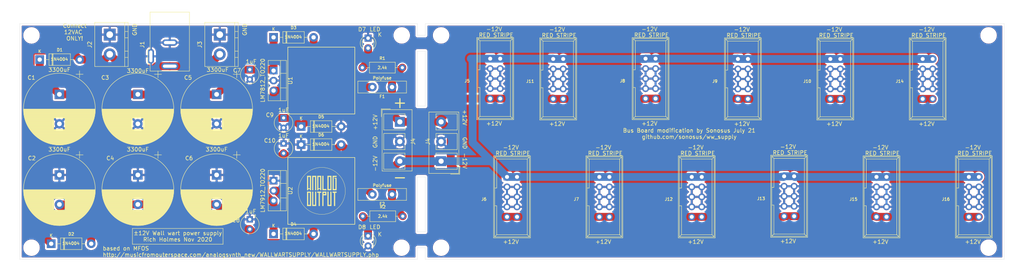
<source format=kicad_pcb>
(kicad_pcb (version 20171130) (host pcbnew "(5.1.9)-1")
  (layers (0 F.Cu signal) (31 B.Cu signal) (34 B.Paste user) (35 F.Paste user) (36 B.SilkS user) (37 F.SilkS user) (38 B.Mask user) (39 F.Mask user) (44 Edge.Cuts user))
  (net 0 "")
  (net 1 GND)
  (net 2 "Net-(C1-Pad1)")
  (net 3 "Net-(C2-Pad2)")
  (net 4 "Net-(C9-Pad1)")
  (net 5 "Net-(C10-Pad2)")
  (net 6 "Net-(D1-Pad2)")
  (net 7 "Net-(D7-Pad2)")
  (net 8 "Net-(D8-Pad1)")
  (net 9 +12V)
  (net 10 -12V)
  (module ao_tht:MountingHole_3.2mm_M3 (layer F.Cu) (at 157 68)
    (fp_text reference H4 hide)
    (fp_text value MountingHole)
    (pad 1 np_thru_hole circle (at 0 0) (size 3.2 3.2) (drill 3.2) (layers *.Cu *.Mask))
  )
  (module ao_tht:MountingHole_3.2mm_M3 (layer F.Cu) (at 296 68)
    (fp_text reference H4 hide)
    (fp_text value MountingHole)
    (pad 1 np_thru_hole circle (at 0 0) (size 3.2 3.2) (drill 3.2) (layers *.Cu *.Mask))
  )
  (module ao_tht:MountingHole_3.2mm_M3 (layer F.Cu) (at 296 122)
    (fp_text reference H4 hide)
    (fp_text value MountingHole)
    (pad 1 np_thru_hole circle (at 0 0) (size 3.2 3.2) (drill 3.2) (layers *.Cu *.Mask))
  )
  (module ao_tht:MountingHole_3.2mm_M3 (layer F.Cu) (at 157 122)
    (fp_text reference H4 hide)
    (fp_text value MountingHole)
    (pad 1 np_thru_hole circle (at 0 0) (size 3.2 3.2) (drill 3.2) (layers *.Cu *.Mask))
  )
  (module ao_tht:TerminalBlock_Degson_DG301_1x03_P5.00mm_Vertical (layer F.Cu) (at 157 95 90)
    (fp_text reference J4 (at 0 -3.36 90) (layer F.SilkS))
    (fp_text value Conn_01x03)
    (pad 1 thru_hole rect (at -5 0 90) (size 2.5 2.5) (drill 1.3) (layers *.Cu *.Mask) (net 10 -12V))
    (pad 2 thru_hole circle (at 0 0 90) (size 2.5 2.5) (drill 1.3) (layers *.Cu *.Mask) (net 1 GND))
    (pad 3 thru_hole circle (at 5 0 90) (size 2.5 2.5) (drill 1.3) (layers *.Cu *.Mask) (net 9 +12V))
  )
  (module ao_tht:Power_Header (layer F.Cu) (at 291 104)
    (fp_text reference J16 (at -5.85 5.67) (layer F.SilkS) (effects (font (size 0.75 0.75))))
    (fp_text value Synth_power_2x5)
    (fp_text user "RED STRIPE" (at 1.5 -6) (layer F.SilkS))
    (fp_text user -12V (at 1 -7.5) (layer F.SilkS))
    (fp_text user +12V (at 1 16.5) (layer F.SilkS))
    (pad 10 thru_hole oval (at 2.54 10.16) (size 1.7272 1.7272) (drill 1.016) (layers *.Cu *.Mask) (net 9 +12V))
    (pad 9 thru_hole oval (at 0 10.16) (size 1.7272 1.7272) (drill 1.016) (layers *.Cu *.Mask) (net 9 +12V))
    (pad 8 thru_hole oval (at 2.54 7.62) (size 1.7272 1.7272) (drill 1.016) (layers *.Cu *.Mask) (net 1 GND))
    (pad 7 thru_hole oval (at 0 7.62) (size 1.7272 1.7272) (drill 1.016) (layers *.Cu *.Mask) (net 1 GND))
    (pad 6 thru_hole oval (at 2.54 5.08) (size 1.7272 1.7272) (drill 1.016) (layers *.Cu *.Mask) (net 1 GND))
    (pad 5 thru_hole oval (at 0 5.08) (size 1.7272 1.7272) (drill 1.016) (layers *.Cu *.Mask) (net 1 GND))
    (pad 4 thru_hole oval (at 2.54 2.54) (size 1.7272 1.7272) (drill 1.016) (layers *.Cu *.Mask) (net 1 GND))
    (pad 3 thru_hole oval (at 0 2.54) (size 1.7272 1.7272) (drill 1.016) (layers *.Cu *.Mask) (net 1 GND))
    (pad 2 thru_hole oval (at 2.54 0) (size 1.7272 1.7272) (drill 1.016) (layers *.Cu *.Mask) (net 10 -12V))
    (pad 1 thru_hole rect (at 0 0) (size 1.7272 1.7272) (drill 1.016) (layers *.Cu *.Mask) (net 10 -12V))
  )
  (module ao_tht:Power_Header (layer F.Cu) (at 267.545448 104)
    (fp_text reference J15 (at -5.85 5.67) (layer F.SilkS) (effects (font (size 0.75 0.75))))
    (fp_text value Synth_power_2x5)
    (fp_text user "RED STRIPE" (at 1.5 -6) (layer F.SilkS))
    (fp_text user -12V (at 1 -7.5) (layer F.SilkS))
    (fp_text user +12V (at 1 16.5) (layer F.SilkS))
    (pad 10 thru_hole oval (at 2.54 10.16) (size 1.7272 1.7272) (drill 1.016) (layers *.Cu *.Mask) (net 9 +12V))
    (pad 9 thru_hole oval (at 0 10.16) (size 1.7272 1.7272) (drill 1.016) (layers *.Cu *.Mask) (net 9 +12V))
    (pad 8 thru_hole oval (at 2.54 7.62) (size 1.7272 1.7272) (drill 1.016) (layers *.Cu *.Mask) (net 1 GND))
    (pad 7 thru_hole oval (at 0 7.62) (size 1.7272 1.7272) (drill 1.016) (layers *.Cu *.Mask) (net 1 GND))
    (pad 6 thru_hole oval (at 2.54 5.08) (size 1.7272 1.7272) (drill 1.016) (layers *.Cu *.Mask) (net 1 GND))
    (pad 5 thru_hole oval (at 0 5.08) (size 1.7272 1.7272) (drill 1.016) (layers *.Cu *.Mask) (net 1 GND))
    (pad 4 thru_hole oval (at 2.54 2.54) (size 1.7272 1.7272) (drill 1.016) (layers *.Cu *.Mask) (net 1 GND))
    (pad 3 thru_hole oval (at 0 2.54) (size 1.7272 1.7272) (drill 1.016) (layers *.Cu *.Mask) (net 1 GND))
    (pad 2 thru_hole oval (at 2.54 0) (size 1.7272 1.7272) (drill 1.016) (layers *.Cu *.Mask) (net 10 -12V))
    (pad 1 thru_hole rect (at 0 0) (size 1.7272 1.7272) (drill 1.016) (layers *.Cu *.Mask) (net 10 -12V))
  )
  (module ao_tht:Power_Header (layer F.Cu) (at 279.27272 74)
    (fp_text reference J14 (at -5.85 5.67) (layer F.SilkS) (effects (font (size 0.75 0.75))))
    (fp_text value Synth_power_2x5)
    (fp_text user "RED STRIPE" (at 1.5 -6) (layer F.SilkS))
    (fp_text user -12V (at 1 -7.5) (layer F.SilkS))
    (fp_text user +12V (at 1 16.5) (layer F.SilkS))
    (pad 10 thru_hole oval (at 2.54 10.16) (size 1.7272 1.7272) (drill 1.016) (layers *.Cu *.Mask) (net 9 +12V))
    (pad 9 thru_hole oval (at 0 10.16) (size 1.7272 1.7272) (drill 1.016) (layers *.Cu *.Mask) (net 9 +12V))
    (pad 8 thru_hole oval (at 2.54 7.62) (size 1.7272 1.7272) (drill 1.016) (layers *.Cu *.Mask) (net 1 GND))
    (pad 7 thru_hole oval (at 0 7.62) (size 1.7272 1.7272) (drill 1.016) (layers *.Cu *.Mask) (net 1 GND))
    (pad 6 thru_hole oval (at 2.54 5.08) (size 1.7272 1.7272) (drill 1.016) (layers *.Cu *.Mask) (net 1 GND))
    (pad 5 thru_hole oval (at 0 5.08) (size 1.7272 1.7272) (drill 1.016) (layers *.Cu *.Mask) (net 1 GND))
    (pad 4 thru_hole oval (at 2.54 2.54) (size 1.7272 1.7272) (drill 1.016) (layers *.Cu *.Mask) (net 1 GND))
    (pad 3 thru_hole oval (at 0 2.54) (size 1.7272 1.7272) (drill 1.016) (layers *.Cu *.Mask) (net 1 GND))
    (pad 2 thru_hole oval (at 2.54 0) (size 1.7272 1.7272) (drill 1.016) (layers *.Cu *.Mask) (net 10 -12V))
    (pad 1 thru_hole rect (at 0 0) (size 1.7272 1.7272) (drill 1.016) (layers *.Cu *.Mask) (net 10 -12V))
  )
  (module ao_tht:Power_Header (layer F.Cu) (at 244.090904 103.84)
    (fp_text reference J13 (at -5.85 5.67) (layer F.SilkS) (effects (font (size 0.75 0.75))))
    (fp_text value Synth_power_2x5)
    (fp_text user "RED STRIPE" (at 1.5 -6) (layer F.SilkS))
    (fp_text user -12V (at 1 -7.5) (layer F.SilkS))
    (fp_text user +12V (at 1 16.5) (layer F.SilkS))
    (pad 10 thru_hole oval (at 2.54 10.16) (size 1.7272 1.7272) (drill 1.016) (layers *.Cu *.Mask) (net 9 +12V))
    (pad 9 thru_hole oval (at 0 10.16) (size 1.7272 1.7272) (drill 1.016) (layers *.Cu *.Mask) (net 9 +12V))
    (pad 8 thru_hole oval (at 2.54 7.62) (size 1.7272 1.7272) (drill 1.016) (layers *.Cu *.Mask) (net 1 GND))
    (pad 7 thru_hole oval (at 0 7.62) (size 1.7272 1.7272) (drill 1.016) (layers *.Cu *.Mask) (net 1 GND))
    (pad 6 thru_hole oval (at 2.54 5.08) (size 1.7272 1.7272) (drill 1.016) (layers *.Cu *.Mask) (net 1 GND))
    (pad 5 thru_hole oval (at 0 5.08) (size 1.7272 1.7272) (drill 1.016) (layers *.Cu *.Mask) (net 1 GND))
    (pad 4 thru_hole oval (at 2.54 2.54) (size 1.7272 1.7272) (drill 1.016) (layers *.Cu *.Mask) (net 1 GND))
    (pad 3 thru_hole oval (at 0 2.54) (size 1.7272 1.7272) (drill 1.016) (layers *.Cu *.Mask) (net 1 GND))
    (pad 2 thru_hole oval (at 2.54 0) (size 1.7272 1.7272) (drill 1.016) (layers *.Cu *.Mask) (net 10 -12V))
    (pad 1 thru_hole rect (at 0 0) (size 1.7272 1.7272) (drill 1.016) (layers *.Cu *.Mask) (net 10 -12V))
  )
  (module ao_tht:Power_Header (layer F.Cu) (at 220.63636 104)
    (fp_text reference J12 (at -5.85 5.67) (layer F.SilkS) (effects (font (size 0.75 0.75))))
    (fp_text value Synth_power_2x5)
    (fp_text user "RED STRIPE" (at 1.5 -6) (layer F.SilkS))
    (fp_text user -12V (at 1 -7.5) (layer F.SilkS))
    (fp_text user +12V (at 1 16.5) (layer F.SilkS))
    (pad 10 thru_hole oval (at 2.54 10.16) (size 1.7272 1.7272) (drill 1.016) (layers *.Cu *.Mask) (net 9 +12V))
    (pad 9 thru_hole oval (at 0 10.16) (size 1.7272 1.7272) (drill 1.016) (layers *.Cu *.Mask) (net 9 +12V))
    (pad 8 thru_hole oval (at 2.54 7.62) (size 1.7272 1.7272) (drill 1.016) (layers *.Cu *.Mask) (net 1 GND))
    (pad 7 thru_hole oval (at 0 7.62) (size 1.7272 1.7272) (drill 1.016) (layers *.Cu *.Mask) (net 1 GND))
    (pad 6 thru_hole oval (at 2.54 5.08) (size 1.7272 1.7272) (drill 1.016) (layers *.Cu *.Mask) (net 1 GND))
    (pad 5 thru_hole oval (at 0 5.08) (size 1.7272 1.7272) (drill 1.016) (layers *.Cu *.Mask) (net 1 GND))
    (pad 4 thru_hole oval (at 2.54 2.54) (size 1.7272 1.7272) (drill 1.016) (layers *.Cu *.Mask) (net 1 GND))
    (pad 3 thru_hole oval (at 0 2.54) (size 1.7272 1.7272) (drill 1.016) (layers *.Cu *.Mask) (net 1 GND))
    (pad 2 thru_hole oval (at 2.54 0) (size 1.7272 1.7272) (drill 1.016) (layers *.Cu *.Mask) (net 10 -12V))
    (pad 1 thru_hole rect (at 0 0) (size 1.7272 1.7272) (drill 1.016) (layers *.Cu *.Mask) (net 10 -12V))
  )
  (module ao_tht:Power_Header (layer F.Cu) (at 185.454544 74)
    (fp_text reference J11 (at -5.85 5.67) (layer F.SilkS) (effects (font (size 0.75 0.75))))
    (fp_text value Synth_power_2x5)
    (fp_text user "RED STRIPE" (at 1.5 -6) (layer F.SilkS))
    (fp_text user -12V (at 1 -7.5) (layer F.SilkS))
    (fp_text user +12V (at 1 16.5) (layer F.SilkS))
    (pad 10 thru_hole oval (at 2.54 10.16) (size 1.7272 1.7272) (drill 1.016) (layers *.Cu *.Mask) (net 9 +12V))
    (pad 9 thru_hole oval (at 0 10.16) (size 1.7272 1.7272) (drill 1.016) (layers *.Cu *.Mask) (net 9 +12V))
    (pad 8 thru_hole oval (at 2.54 7.62) (size 1.7272 1.7272) (drill 1.016) (layers *.Cu *.Mask) (net 1 GND))
    (pad 7 thru_hole oval (at 0 7.62) (size 1.7272 1.7272) (drill 1.016) (layers *.Cu *.Mask) (net 1 GND))
    (pad 6 thru_hole oval (at 2.54 5.08) (size 1.7272 1.7272) (drill 1.016) (layers *.Cu *.Mask) (net 1 GND))
    (pad 5 thru_hole oval (at 0 5.08) (size 1.7272 1.7272) (drill 1.016) (layers *.Cu *.Mask) (net 1 GND))
    (pad 4 thru_hole oval (at 2.54 2.54) (size 1.7272 1.7272) (drill 1.016) (layers *.Cu *.Mask) (net 1 GND))
    (pad 3 thru_hole oval (at 0 2.54) (size 1.7272 1.7272) (drill 1.016) (layers *.Cu *.Mask) (net 1 GND))
    (pad 2 thru_hole oval (at 2.54 0) (size 1.7272 1.7272) (drill 1.016) (layers *.Cu *.Mask) (net 10 -12V))
    (pad 1 thru_hole rect (at 0 0) (size 1.7272 1.7272) (drill 1.016) (layers *.Cu *.Mask) (net 10 -12V))
  )
  (module ao_tht:Power_Header (layer F.Cu) (at 255.818176 74)
    (fp_text reference J10 (at -5.85 5.67) (layer F.SilkS) (effects (font (size 0.75 0.75))))
    (fp_text value Synth_power_2x5)
    (fp_text user "RED STRIPE" (at 1.5 -6) (layer F.SilkS))
    (fp_text user -12V (at 1 -7.5) (layer F.SilkS))
    (fp_text user +12V (at 1 16.5) (layer F.SilkS))
    (pad 10 thru_hole oval (at 2.54 10.16) (size 1.7272 1.7272) (drill 1.016) (layers *.Cu *.Mask) (net 9 +12V))
    (pad 9 thru_hole oval (at 0 10.16) (size 1.7272 1.7272) (drill 1.016) (layers *.Cu *.Mask) (net 9 +12V))
    (pad 8 thru_hole oval (at 2.54 7.62) (size 1.7272 1.7272) (drill 1.016) (layers *.Cu *.Mask) (net 1 GND))
    (pad 7 thru_hole oval (at 0 7.62) (size 1.7272 1.7272) (drill 1.016) (layers *.Cu *.Mask) (net 1 GND))
    (pad 6 thru_hole oval (at 2.54 5.08) (size 1.7272 1.7272) (drill 1.016) (layers *.Cu *.Mask) (net 1 GND))
    (pad 5 thru_hole oval (at 0 5.08) (size 1.7272 1.7272) (drill 1.016) (layers *.Cu *.Mask) (net 1 GND))
    (pad 4 thru_hole oval (at 2.54 2.54) (size 1.7272 1.7272) (drill 1.016) (layers *.Cu *.Mask) (net 1 GND))
    (pad 3 thru_hole oval (at 0 2.54) (size 1.7272 1.7272) (drill 1.016) (layers *.Cu *.Mask) (net 1 GND))
    (pad 2 thru_hole oval (at 2.54 0) (size 1.7272 1.7272) (drill 1.016) (layers *.Cu *.Mask) (net 10 -12V))
    (pad 1 thru_hole rect (at 0 0) (size 1.7272 1.7272) (drill 1.016) (layers *.Cu *.Mask) (net 10 -12V))
  )
  (module ao_tht:Power_Header (layer F.Cu) (at 232.363632 74)
    (fp_text reference J9 (at -5.85 5.67) (layer F.SilkS) (effects (font (size 0.75 0.75))))
    (fp_text value Synth_power_2x5)
    (fp_text user "RED STRIPE" (at 1.5 -6) (layer F.SilkS))
    (fp_text user -12V (at 1 -7.5) (layer F.SilkS))
    (fp_text user +12V (at 1 16.5) (layer F.SilkS))
    (pad 10 thru_hole oval (at 2.54 10.16) (size 1.7272 1.7272) (drill 1.016) (layers *.Cu *.Mask) (net 9 +12V))
    (pad 9 thru_hole oval (at 0 10.16) (size 1.7272 1.7272) (drill 1.016) (layers *.Cu *.Mask) (net 9 +12V))
    (pad 8 thru_hole oval (at 2.54 7.62) (size 1.7272 1.7272) (drill 1.016) (layers *.Cu *.Mask) (net 1 GND))
    (pad 7 thru_hole oval (at 0 7.62) (size 1.7272 1.7272) (drill 1.016) (layers *.Cu *.Mask) (net 1 GND))
    (pad 6 thru_hole oval (at 2.54 5.08) (size 1.7272 1.7272) (drill 1.016) (layers *.Cu *.Mask) (net 1 GND))
    (pad 5 thru_hole oval (at 0 5.08) (size 1.7272 1.7272) (drill 1.016) (layers *.Cu *.Mask) (net 1 GND))
    (pad 4 thru_hole oval (at 2.54 2.54) (size 1.7272 1.7272) (drill 1.016) (layers *.Cu *.Mask) (net 1 GND))
    (pad 3 thru_hole oval (at 0 2.54) (size 1.7272 1.7272) (drill 1.016) (layers *.Cu *.Mask) (net 1 GND))
    (pad 2 thru_hole oval (at 2.54 0) (size 1.7272 1.7272) (drill 1.016) (layers *.Cu *.Mask) (net 10 -12V))
    (pad 1 thru_hole rect (at 0 0) (size 1.7272 1.7272) (drill 1.016) (layers *.Cu *.Mask) (net 10 -12V))
  )
  (module ao_tht:Power_Header (layer F.Cu) (at 208.909088 73.92)
    (fp_text reference J8 (at -5.85 5.67) (layer F.SilkS) (effects (font (size 0.75 0.75))))
    (fp_text value Synth_power_2x5)
    (fp_text user "RED STRIPE" (at 1.5 -6) (layer F.SilkS))
    (fp_text user -12V (at 1 -7.5) (layer F.SilkS))
    (fp_text user +12V (at 1 16.5) (layer F.SilkS))
    (pad 10 thru_hole oval (at 2.54 10.16) (size 1.7272 1.7272) (drill 1.016) (layers *.Cu *.Mask) (net 9 +12V))
    (pad 9 thru_hole oval (at 0 10.16) (size 1.7272 1.7272) (drill 1.016) (layers *.Cu *.Mask) (net 9 +12V))
    (pad 8 thru_hole oval (at 2.54 7.62) (size 1.7272 1.7272) (drill 1.016) (layers *.Cu *.Mask) (net 1 GND))
    (pad 7 thru_hole oval (at 0 7.62) (size 1.7272 1.7272) (drill 1.016) (layers *.Cu *.Mask) (net 1 GND))
    (pad 6 thru_hole oval (at 2.54 5.08) (size 1.7272 1.7272) (drill 1.016) (layers *.Cu *.Mask) (net 1 GND))
    (pad 5 thru_hole oval (at 0 5.08) (size 1.7272 1.7272) (drill 1.016) (layers *.Cu *.Mask) (net 1 GND))
    (pad 4 thru_hole oval (at 2.54 2.54) (size 1.7272 1.7272) (drill 1.016) (layers *.Cu *.Mask) (net 1 GND))
    (pad 3 thru_hole oval (at 0 2.54) (size 1.7272 1.7272) (drill 1.016) (layers *.Cu *.Mask) (net 1 GND))
    (pad 2 thru_hole oval (at 2.54 0) (size 1.7272 1.7272) (drill 1.016) (layers *.Cu *.Mask) (net 10 -12V))
    (pad 1 thru_hole rect (at 0 0) (size 1.7272 1.7272) (drill 1.016) (layers *.Cu *.Mask) (net 10 -12V))
  )
  (module ao_tht:Power_Header (layer F.Cu) (at 197.181816 104)
    (fp_text reference J7 (at -5.85 5.67) (layer F.SilkS) (effects (font (size 0.75 0.75))))
    (fp_text value Synth_power_2x5)
    (fp_text user "RED STRIPE" (at 1.5 -6) (layer F.SilkS))
    (fp_text user -12V (at 1 -7.5) (layer F.SilkS))
    (fp_text user +12V (at 1 16.5) (layer F.SilkS))
    (pad 10 thru_hole oval (at 2.54 10.16) (size 1.7272 1.7272) (drill 1.016) (layers *.Cu *.Mask) (net 9 +12V))
    (pad 9 thru_hole oval (at 0 10.16) (size 1.7272 1.7272) (drill 1.016) (layers *.Cu *.Mask) (net 9 +12V))
    (pad 8 thru_hole oval (at 2.54 7.62) (size 1.7272 1.7272) (drill 1.016) (layers *.Cu *.Mask) (net 1 GND))
    (pad 7 thru_hole oval (at 0 7.62) (size 1.7272 1.7272) (drill 1.016) (layers *.Cu *.Mask) (net 1 GND))
    (pad 6 thru_hole oval (at 2.54 5.08) (size 1.7272 1.7272) (drill 1.016) (layers *.Cu *.Mask) (net 1 GND))
    (pad 5 thru_hole oval (at 0 5.08) (size 1.7272 1.7272) (drill 1.016) (layers *.Cu *.Mask) (net 1 GND))
    (pad 4 thru_hole oval (at 2.54 2.54) (size 1.7272 1.7272) (drill 1.016) (layers *.Cu *.Mask) (net 1 GND))
    (pad 3 thru_hole oval (at 0 2.54) (size 1.7272 1.7272) (drill 1.016) (layers *.Cu *.Mask) (net 1 GND))
    (pad 2 thru_hole oval (at 2.54 0) (size 1.7272 1.7272) (drill 1.016) (layers *.Cu *.Mask) (net 10 -12V))
    (pad 1 thru_hole rect (at 0 0) (size 1.7272 1.7272) (drill 1.016) (layers *.Cu *.Mask) (net 10 -12V))
  )
  (module ao_tht:Power_Header (layer F.Cu) (at 173.727272 104)
    (fp_text reference J6 (at -5.85 5.67) (layer F.SilkS) (effects (font (size 0.75 0.75))))
    (fp_text value Synth_power_2x5)
    (fp_text user "RED STRIPE" (at 1.5 -6) (layer F.SilkS))
    (fp_text user -12V (at 1 -7.5) (layer F.SilkS))
    (fp_text user +12V (at 1 16.5) (layer F.SilkS))
    (pad 10 thru_hole oval (at 2.54 10.16) (size 1.7272 1.7272) (drill 1.016) (layers *.Cu *.Mask) (net 9 +12V))
    (pad 9 thru_hole oval (at 0 10.16) (size 1.7272 1.7272) (drill 1.016) (layers *.Cu *.Mask) (net 9 +12V))
    (pad 8 thru_hole oval (at 2.54 7.62) (size 1.7272 1.7272) (drill 1.016) (layers *.Cu *.Mask) (net 1 GND))
    (pad 7 thru_hole oval (at 0 7.62) (size 1.7272 1.7272) (drill 1.016) (layers *.Cu *.Mask) (net 1 GND))
    (pad 6 thru_hole oval (at 2.54 5.08) (size 1.7272 1.7272) (drill 1.016) (layers *.Cu *.Mask) (net 1 GND))
    (pad 5 thru_hole oval (at 0 5.08) (size 1.7272 1.7272) (drill 1.016) (layers *.Cu *.Mask) (net 1 GND))
    (pad 4 thru_hole oval (at 2.54 2.54) (size 1.7272 1.7272) (drill 1.016) (layers *.Cu *.Mask) (net 1 GND))
    (pad 3 thru_hole oval (at 0 2.54) (size 1.7272 1.7272) (drill 1.016) (layers *.Cu *.Mask) (net 1 GND))
    (pad 2 thru_hole oval (at 2.54 0) (size 1.7272 1.7272) (drill 1.016) (layers *.Cu *.Mask) (net 10 -12V))
    (pad 1 thru_hole rect (at 0 0) (size 1.7272 1.7272) (drill 1.016) (layers *.Cu *.Mask) (net 10 -12V))
  )
  (module ao_tht:Power_Header (layer F.Cu) (at 169.46 73.92)
    (fp_text reference J5 (at -5.85 5.67) (layer F.SilkS) (effects (font (size 0.75 0.75))))
    (fp_text value Synth_power_2x5)
    (fp_text user "RED STRIPE" (at 1.5 -6) (layer F.SilkS))
    (fp_text user -12V (at 1 -7.5) (layer F.SilkS))
    (fp_text user +12V (at 1 16.5) (layer F.SilkS))
    (pad 10 thru_hole oval (at 2.54 10.16) (size 1.7272 1.7272) (drill 1.016) (layers *.Cu *.Mask) (net 9 +12V))
    (pad 9 thru_hole oval (at 0 10.16) (size 1.7272 1.7272) (drill 1.016) (layers *.Cu *.Mask) (net 9 +12V))
    (pad 8 thru_hole oval (at 2.54 7.62) (size 1.7272 1.7272) (drill 1.016) (layers *.Cu *.Mask) (net 1 GND))
    (pad 7 thru_hole oval (at 0 7.62) (size 1.7272 1.7272) (drill 1.016) (layers *.Cu *.Mask) (net 1 GND))
    (pad 6 thru_hole oval (at 2.54 5.08) (size 1.7272 1.7272) (drill 1.016) (layers *.Cu *.Mask) (net 1 GND))
    (pad 5 thru_hole oval (at 0 5.08) (size 1.7272 1.7272) (drill 1.016) (layers *.Cu *.Mask) (net 1 GND))
    (pad 4 thru_hole oval (at 2.54 2.54) (size 1.7272 1.7272) (drill 1.016) (layers *.Cu *.Mask) (net 1 GND))
    (pad 3 thru_hole oval (at 0 2.54) (size 1.7272 1.7272) (drill 1.016) (layers *.Cu *.Mask) (net 1 GND))
    (pad 2 thru_hole oval (at 2.54 0) (size 1.7272 1.7272) (drill 1.016) (layers *.Cu *.Mask) (net 10 -12V))
    (pad 1 thru_hole rect (at 0 0) (size 1.7272 1.7272) (drill 1.016) (layers *.Cu *.Mask) (net 10 -12V))
  )
  (module ao_tht:MountingHole_3.2mm_M3 (layer F.Cu) (at 146.95 122)
    (fp_text reference H4 hide)
    (fp_text value MountingHole)
    (pad 1 np_thru_hole circle (at 0 0) (size 3.2 3.2) (drill 3.2) (layers *.Cu *.Mask))
  )
  (module ao_tht:MountingHole_3.2mm_M3 (layer F.Cu) (at 147 68)
    (fp_text reference H2 hide)
    (fp_text value MountingHole)
    (pad 1 np_thru_hole circle (at 0 0) (size 3.2 3.2) (drill 3.2) (layers *.Cu *.Mask))
  )
  (module ao_tht:D_DO-41_SOD81_P10.16mm_Horizontal (layer F.Cu) (at 121.46 95.777712)
    (fp_text reference D6 (at 5.08 -2.47) (layer F.SilkS) (effects (font (size 0.75 0.75))))
    (fp_text value 1N4004)
    (fp_text user K (at 0 -2.1) (layer F.SilkS) (effects (font (size 0.75 0.75))))
    (fp_text user %V (at 5 -0.1) (layer F.SilkS) (effects (font (size 0.75 0.75))))
    (pad 2 thru_hole oval (at 10.16 0) (size 2.2 2.2) (drill 1.1) (layers *.Cu *.Mask) (net 5 "Net-(C10-Pad2)"))
    (pad 1 thru_hole rect (at 0 0) (size 2.2 2.2) (drill 1.1) (layers *.Cu *.Mask) (net 1 GND))
  )
  (module ao_tht:D_DO-41_SOD81_P10.16mm_Horizontal (layer F.Cu) (at 121.46 91.18)
    (fp_text reference D5 (at 5.08 -2.47) (layer F.SilkS) (effects (font (size 0.75 0.75))))
    (fp_text value 1N4004)
    (fp_text user K (at 0 -2.1) (layer F.SilkS) (effects (font (size 0.75 0.75))))
    (fp_text user %V (at 5 -0.1) (layer F.SilkS) (effects (font (size 0.75 0.75))))
    (pad 2 thru_hole oval (at 10.16 0) (size 2.2 2.2) (drill 1.1) (layers *.Cu *.Mask) (net 1 GND))
    (pad 1 thru_hole rect (at 0 0) (size 2.2 2.2) (drill 1.1) (layers *.Cu *.Mask) (net 4 "Net-(C9-Pad1)"))
  )
  (module ao_tht:D_DO-41_SOD81_P10.16mm_Horizontal (layer F.Cu) (at 114.46 118.5)
    (fp_text reference D4 (at 5.08 -2.47) (layer F.SilkS) (effects (font (size 0.75 0.75))))
    (fp_text value 1N4004)
    (fp_text user K (at 0 -2.1) (layer F.SilkS) (effects (font (size 0.75 0.75))))
    (fp_text user %V (at 5 -0.1) (layer F.SilkS) (effects (font (size 0.75 0.75))))
    (pad 2 thru_hole oval (at 10.16 0) (size 2.2 2.2) (drill 1.1) (layers *.Cu *.Mask) (net 3 "Net-(C2-Pad2)"))
    (pad 1 thru_hole rect (at 0 0) (size 2.2 2.2) (drill 1.1) (layers *.Cu *.Mask) (net 5 "Net-(C10-Pad2)"))
  )
  (module ao_tht:D_DO-41_SOD81_P10.16mm_Horizontal (layer F.Cu) (at 114.46 68.5)
    (fp_text reference D3 (at 5.08 -2.47) (layer F.SilkS) (effects (font (size 0.75 0.75))))
    (fp_text value 1N4004)
    (fp_text user K (at 0 -2.1) (layer F.SilkS) (effects (font (size 0.75 0.75))))
    (fp_text user %V (at 5 -0.1) (layer F.SilkS) (effects (font (size 0.75 0.75))))
    (pad 2 thru_hole oval (at 10.16 0) (size 2.2 2.2) (drill 1.1) (layers *.Cu *.Mask) (net 4 "Net-(C9-Pad1)"))
    (pad 1 thru_hole rect (at 0 0) (size 2.2 2.2) (drill 1.1) (layers *.Cu *.Mask) (net 2 "Net-(C1-Pad1)"))
  )
  (module ao_tht:D_DO-41_SOD81_P10.16mm_Horizontal (layer F.Cu) (at 58 121)
    (fp_text reference D2 (at 5.08 -2.47) (layer F.SilkS) (effects (font (size 0.75 0.75))))
    (fp_text value 1N4004)
    (fp_text user K (at 0 -2.1) (layer F.SilkS) (effects (font (size 0.75 0.75))))
    (fp_text user %V (at 5 -0.1) (layer F.SilkS) (effects (font (size 0.75 0.75))))
    (pad 2 thru_hole oval (at 10.16 0) (size 2.2 2.2) (drill 1.1) (layers *.Cu *.Mask) (net 3 "Net-(C2-Pad2)"))
    (pad 1 thru_hole rect (at 0 0) (size 2.2 2.2) (drill 1.1) (layers *.Cu *.Mask) (net 6 "Net-(D1-Pad2)"))
  )
  (module ao_tht:D_DO-41_SOD81_P10.16mm_Horizontal (layer F.Cu) (at 55.08 74.16)
    (fp_text reference D1 (at 5.08 -2.47) (layer F.SilkS) (effects (font (size 0.75 0.75))))
    (fp_text value 1N4004)
    (fp_text user K (at 0 -2.1) (layer F.SilkS) (effects (font (size 0.75 0.75))))
    (fp_text user %V (at 5 -0.1) (layer F.SilkS) (effects (font (size 0.75 0.75))))
    (pad 2 thru_hole oval (at 10.16 0) (size 2.2 2.2) (drill 1.1) (layers *.Cu *.Mask) (net 6 "Net-(D1-Pad2)"))
    (pad 1 thru_hole rect (at 0 0) (size 2.2 2.2) (drill 1.1) (layers *.Cu *.Mask) (net 2 "Net-(C1-Pad1)"))
  )
  (module ao_tht:R_Axial_DIN0207_L6.3mm_D2.5mm_P10.16mm_Horizontal (layer F.Cu) (at 137.1 114)
    (fp_text reference R2 (at 5.08 -2.37) (layer F.SilkS) (effects (font (size 0.75 0.75))))
    (fp_text value 2.4k)
    (fp_text user %V (at 5.08 0) (layer F.SilkS) (effects (font (size 0.75 0.75))))
    (pad 1 thru_hole circle (at 0 0) (size 1.6 1.6) (drill 0.8) (layers *.Cu *.Mask) (net 8 "Net-(D8-Pad1)"))
    (pad 2 thru_hole oval (at 10.16 0) (size 1.6 1.6) (drill 0.8) (layers *.Cu *.Mask) (net 10 -12V))
  )
  (module ao_tht:R_Axial_DIN0207_L6.3mm_D2.5mm_P10.16mm_Horizontal (layer F.Cu) (at 137 76.2)
    (fp_text reference R1 (at 5.08 -2.37) (layer F.SilkS) (effects (font (size 0.75 0.75))))
    (fp_text value 2.4k)
    (fp_text user %V (at 5.08 0) (layer F.SilkS) (effects (font (size 0.75 0.75))))
    (pad 1 thru_hole circle (at 0 0) (size 1.6 1.6) (drill 0.8) (layers *.Cu *.Mask) (net 7 "Net-(D7-Pad2)"))
    (pad 2 thru_hole oval (at 10.16 0) (size 1.6 1.6) (drill 0.8) (layers *.Cu *.Mask) (net 9 +12V))
  )
  (module ao_tht:Heatsink_17x17mm_A-5093 (layer F.Cu) (at 126.581 107.561)
    (fp_text reference HS2 hide)
    (fp_text value Heatsink)
  )
  (module ao_tht:Heatsink_17x17mm_A-5093 (layer F.Cu) (at 126.581 79.494)
    (fp_text reference HS1 hide)
    (fp_text value Heatsink)
  )
  (module ao_tht:MountingHole_3.2mm_M3 (layer F.Cu) (at 53 122)
    (fp_text reference H3 hide)
    (fp_text value MountingHole)
    (pad 1 np_thru_hole circle (at 0 0) (size 3.2 3.2) (drill 3.2) (layers *.Cu *.Mask))
  )
  (module ao_tht:MountingHole_3.2mm_M3 (layer F.Cu) (at 53 68)
    (fp_text reference H1 hide)
    (fp_text value MountingHole)
    (pad 1 np_thru_hole circle (at 0 0) (size 3.2 3.2) (drill 3.2) (layers *.Cu *.Mask))
  )
  (module ao_tht:analogoutput_12mm (layer F.Cu) (at 126.708 107.561)
    (fp_text reference GRAF1 hide)
    (fp_text value "AO logo" hide)
  )
  (module ao_tht:PPTC_RXEF110 (layer F.Cu) (at 142.035 108.45 180)
    (fp_text reference F2 (at 0 -2.4) (layer F.SilkS) (effects (font (size 0.75 0.75))))
    (fp_text value Polyfuse)
    (fp_text user %V (at 0 2.3) (layer F.SilkS) (effects (font (size 0.75 0.75))))
    (pad 1 thru_hole circle (at -2.5 0 180) (size 2.2 2.2) (drill 1.1) (layers *.Cu *.Mask) (net 10 -12V))
    (pad 2 thru_hole circle (at 2.5 0 180) (size 2.2 2.2) (drill 1.1) (layers *.Cu *.Mask) (net 5 "Net-(C10-Pad2)"))
  )
  (module ao_tht:PPTC_RXEF110 (layer F.Cu) (at 142.035 81.145 180)
    (fp_text reference F1 (at 0 -2.4) (layer F.SilkS) (effects (font (size 0.75 0.75))))
    (fp_text value Polyfuse)
    (fp_text user %V (at 0 2.3) (layer F.SilkS) (effects (font (size 0.75 0.75))))
    (pad 1 thru_hole circle (at -2.5 0 180) (size 2.2 2.2) (drill 1.1) (layers *.Cu *.Mask) (net 9 +12V))
    (pad 2 thru_hole circle (at 2.5 0 180) (size 2.2 2.2) (drill 1.1) (layers *.Cu *.Mask) (net 4 "Net-(C9-Pad1)"))
  )
  (module ao_tht:Wall_wart_A-4118 (layer F.Cu) (at 88.1 69.08 270)
    (fp_text reference J1 (at 1.27 6.985 270) (layer F.SilkS))
    (fp_text value Conn_01x03)
    (pad 1 thru_hole oval (at 4.25 4.8 270) (size 3.8 1.6) (drill oval 3 0.8) (layers *.Cu *.Mask) (net 1 GND))
    (pad 3 thru_hole oval (at 6.75 0 270) (size 1.6 4.3) (drill oval 0.8 3.5) (layers *.Cu *.Mask) (net 6 "Net-(D1-Pad2)"))
    (pad 2 thru_hole oval (at 0.75 0 270) (size 1.6 3.8) (drill oval 0.8 3) (layers *.Cu *.Mask) (net 1 GND))
  )
  (module Capacitor_THT:CP_Radial_Tantal_D4.5mm_P2.50mm (layer F.Cu) (at 108.42 76.7 270)
    (fp_text reference C7 (at 0.228856 3.25 180) (layer F.SilkS))
    (fp_text value 1uF)
    (fp_text user %V (at -2.021144 -0.35) (layer F.SilkS))
    (pad 2 thru_hole circle (at 2.5 0 270) (size 1.6 1.6) (drill 0.8) (layers *.Cu *.Mask) (net 1 GND))
    (pad 1 thru_hole rect (at 0 0 270) (size 1.6 1.6) (drill 0.8) (layers *.Cu *.Mask) (net 2 "Net-(C1-Pad1)"))
  )
  (module ao_tht:TerminalBlock_dinkle_pluggable_2_P5.00mm (layer F.Cu) (at 100.8 67.81 270)
    (fp_text reference J3 (at 2.54 5.08 90) (layer F.SilkS))
    (fp_text value Conn_01x02)
    (pad 2 thru_hole circle (at 5 0 270) (size 3 3) (drill 1.7) (layers *.Cu *.Mask) (net 6 "Net-(D1-Pad2)"))
    (pad 1 thru_hole rect (at 0 0 270) (size 3 3) (drill 1.7) (layers *.Cu *.Mask) (net 1 GND))
  )
  (module ao_tht:TerminalBlock_dinkle_pluggable_2_P5.00mm (layer F.Cu) (at 72.86 67.81 270)
    (fp_text reference J2 (at 2.54 5.08 90) (layer F.SilkS))
    (fp_text value Conn_01x02)
    (pad 2 thru_hole circle (at 5 0 270) (size 3 3) (drill 1.7) (layers *.Cu *.Mask) (net 6 "Net-(D1-Pad2)"))
    (pad 1 thru_hole rect (at 0 0 270) (size 3 3) (drill 1.7) (layers *.Cu *.Mask) (net 1 GND))
  )
  (module Capacitor_THT:CP_Radial_Tantal_D4.5mm_P2.50mm (layer F.Cu) (at 108.42 114.8 270)
    (fp_text reference C8 (at 0.228856 3.5 180) (layer F.SilkS))
    (fp_text value 1uF)
    (fp_text user %V (at -2.021144 -0.25) (layer F.SilkS))
    (pad 2 thru_hole circle (at 2.5 0 270) (size 1.6 1.6) (drill 0.8) (layers *.Cu *.Mask) (net 3 "Net-(C2-Pad2)"))
    (pad 1 thru_hole rect (at 0 0 270) (size 1.6 1.6) (drill 0.8) (layers *.Cu *.Mask) (net 1 GND))
  )
  (module Package_TO_SOT_THT:TO-220-3_Vertical (layer F.Cu) (at 114.46 104.96 270)
    (fp_text reference U2 (at 2.54 -4.27 90) (layer F.SilkS))
    (fp_text value LM7912_TO220)
    (fp_text user %V (at 2.5 2.75 270) (layer F.SilkS))
    (pad 3 thru_hole oval (at 5.08 0 270) (size 1.905 2) (drill 1.1) (layers *.Cu *.Mask) (net 5 "Net-(C10-Pad2)"))
    (pad 2 thru_hole oval (at 2.54 0 270) (size 1.905 2) (drill 1.1) (layers *.Cu *.Mask) (net 3 "Net-(C2-Pad2)"))
    (pad 1 thru_hole rect (at 0 0 270) (size 1.905 2) (drill 1.1) (layers *.Cu *.Mask) (net 1 GND))
  )
  (module Capacitor_THT:CP_Radial_D18.0mm_P7.50mm (layer F.Cu) (at 60.08 83 270)
    (fp_text reference C1 (at -4.25 7.1 180) (layer F.SilkS))
    (fp_text value 3300uF)
    (fp_text user %V (at -6.25 0) (layer F.SilkS))
    (pad 2 thru_hole circle (at 7.5 0 270) (size 2.4 2.4) (drill 1.2) (layers *.Cu *.Mask) (net 1 GND))
    (pad 1 thru_hole rect (at 0 0 270) (size 2.4 2.4) (drill 1.2) (layers *.Cu *.Mask) (net 2 "Net-(C1-Pad1)"))
  )
  (module Package_TO_SOT_THT:TO-220-3_Vertical (layer F.Cu) (at 114.46 76.96 270)
    (fp_text reference U1 (at 2.54 -4.27 90) (layer F.SilkS))
    (fp_text value LM7812_TO220)
    (fp_text user %V (at 2.5 2.75 270) (layer F.SilkS))
    (pad 3 thru_hole oval (at 5.08 0 270) (size 1.905 2) (drill 1.1) (layers *.Cu *.Mask) (net 4 "Net-(C9-Pad1)"))
    (pad 2 thru_hole oval (at 2.54 0 270) (size 1.905 2) (drill 1.1) (layers *.Cu *.Mask) (net 1 GND))
    (pad 1 thru_hole rect (at 0 0 270) (size 1.905 2) (drill 1.1) (layers *.Cu *.Mask) (net 2 "Net-(C1-Pad1)"))
  )
  (module ao_tht:TerminalBlock_Degson_DG301_1x03_P5.00mm_Vertical (layer F.Cu) (at 146.52 95 270)
    (fp_text reference J4 (at 0 -3.36 90) (layer F.SilkS))
    (fp_text value Conn_01x03)
    (pad 3 thru_hole circle (at 5 0 270) (size 2.5 2.5) (drill 1.3) (layers *.Cu *.Mask) (net 10 -12V))
    (pad 2 thru_hole circle (at 0 0 270) (size 2.5 2.5) (drill 1.3) (layers *.Cu *.Mask) (net 1 GND))
    (pad 1 thru_hole rect (at -5 0 270) (size 2.5 2.5) (drill 1.3) (layers *.Cu *.Mask) (net 9 +12V))
  )
  (module LED_THT:LED_D3.0mm (layer F.Cu) (at 138.46 119 270)
    (fp_text reference D8 (at -2.23 1.54 180) (layer F.SilkS))
    (fp_text value LED)
    (fp_text user %V (at -2.25 -1.75) (layer F.SilkS))
    (pad 2 thru_hole circle (at 2.54 0 270) (size 1.8 1.8) (drill 0.9) (layers *.Cu *.Mask) (net 1 GND))
    (pad 1 thru_hole rect (at 0 0 270) (size 1.8 1.8) (drill 0.9) (layers *.Cu *.Mask) (net 8 "Net-(D8-Pad1)"))
  )
  (module LED_THT:LED_D3.0mm (layer F.Cu) (at 138.46 68.7 270)
    (fp_text reference D7 (at -2.23 1.54 180) (layer F.SilkS))
    (fp_text value LED)
    (fp_text user %V (at -2.25 -1.75) (layer F.SilkS))
    (pad 2 thru_hole circle (at 2.54 0 270) (size 1.8 1.8) (drill 0.9) (layers *.Cu *.Mask) (net 7 "Net-(D7-Pad2)"))
    (pad 1 thru_hole rect (at 0 0 270) (size 1.8 1.8) (drill 0.9) (layers *.Cu *.Mask) (net 1 GND))
  )
  (module Capacitor_THT:CP_Radial_Tantal_D4.5mm_P2.50mm (layer F.Cu) (at 117 95.5 270)
    (fp_text reference C10 (at -0.75 3.5 180) (layer F.SilkS))
    (fp_text value 1uF)
    (fp_text user %V (at -2 0) (layer F.SilkS))
    (pad 2 thru_hole circle (at 2.5 0 270) (size 1.6 1.6) (drill 0.8) (layers *.Cu *.Mask) (net 5 "Net-(C10-Pad2)"))
    (pad 1 thru_hole rect (at 0 0 270) (size 1.6 1.6) (drill 0.8) (layers *.Cu *.Mask) (net 1 GND))
  )
  (module Capacitor_THT:CP_Radial_Tantal_D4.5mm_P2.50mm (layer F.Cu) (at 117 89 270)
    (fp_text reference C9 (at -0.75 3.5 180) (layer F.SilkS))
    (fp_text value 1uF)
    (fp_text user %V (at -2 0) (layer F.SilkS))
    (pad 2 thru_hole circle (at 2.5 0 270) (size 1.6 1.6) (drill 0.8) (layers *.Cu *.Mask) (net 1 GND))
    (pad 1 thru_hole rect (at 0 0 270) (size 1.6 1.6) (drill 0.8) (layers *.Cu *.Mask) (net 4 "Net-(C9-Pad1)"))
  )
  (module Capacitor_THT:CP_Radial_D18.0mm_P7.50mm (layer F.Cu) (at 100 103.5 270)
    (fp_text reference C6 (at -4.25 7 180) (layer F.SilkS))
    (fp_text value 3300uF)
    (fp_text user %V (at -6.5 0) (layer F.SilkS))
    (pad 2 thru_hole circle (at 7.5 0 270) (size 2.4 2.4) (drill 1.2) (layers *.Cu *.Mask) (net 3 "Net-(C2-Pad2)"))
    (pad 1 thru_hole rect (at 0 0 270) (size 2.4 2.4) (drill 1.2) (layers *.Cu *.Mask) (net 1 GND))
  )
  (module Capacitor_THT:CP_Radial_D18.0mm_P7.50mm (layer F.Cu) (at 100 83 270)
    (fp_text reference C5 (at -4.25 7.25 180) (layer F.SilkS))
    (fp_text value 3300uF)
    (fp_text user %V (at -6.25 -0.25) (layer F.SilkS))
    (pad 2 thru_hole circle (at 7.5 0 270) (size 2.4 2.4) (drill 1.2) (layers *.Cu *.Mask) (net 1 GND))
    (pad 1 thru_hole rect (at 0 0 270) (size 2.4 2.4) (drill 1.2) (layers *.Cu *.Mask) (net 2 "Net-(C1-Pad1)"))
  )
  (module Capacitor_THT:CP_Radial_D18.0mm_P7.50mm (layer F.Cu) (at 80 103.5 270)
    (fp_text reference C4 (at -4.25 7 180) (layer F.SilkS))
    (fp_text value 3300uF)
    (fp_text user %V (at -6.5 0) (layer F.SilkS))
    (pad 2 thru_hole circle (at 7.5 0 270) (size 2.4 2.4) (drill 1.2) (layers *.Cu *.Mask) (net 3 "Net-(C2-Pad2)"))
    (pad 1 thru_hole rect (at 0 0 270) (size 2.4 2.4) (drill 1.2) (layers *.Cu *.Mask) (net 1 GND))
  )
  (module Capacitor_THT:CP_Radial_D18.0mm_P7.50mm (layer F.Cu) (at 80 83 270)
    (fp_text reference C3 (at -4.25 8.3 180) (layer F.SilkS))
    (fp_text value 3300uF)
    (fp_text user %V (at -6 0) (layer F.SilkS))
    (pad 2 thru_hole circle (at 7.5 0 270) (size 2.4 2.4) (drill 1.2) (layers *.Cu *.Mask) (net 1 GND))
    (pad 1 thru_hole rect (at 0 0 270) (size 2.4 2.4) (drill 1.2) (layers *.Cu *.Mask) (net 2 "Net-(C1-Pad1)"))
  )
  (module Capacitor_THT:CP_Radial_D18.0mm_P7.50mm (layer F.Cu) (at 60.08 103.5 270)
    (fp_text reference C2 (at -4.25 7 180) (layer F.SilkS))
    (fp_text value 3300uF)
    (fp_text user %V (at -6.5 0) (layer F.SilkS))
    (pad 2 thru_hole circle (at 7.5 0 270) (size 2.4 2.4) (drill 1.2) (layers *.Cu *.Mask) (net 3 "Net-(C2-Pad2)"))
    (pad 1 thru_hole rect (at 0 0 270) (size 2.4 2.4) (drill 1.2) (layers *.Cu *.Mask) (net 1 GND))
  )
  (gr_line (start 151 125) (end 50 125) (layer Edge.Cuts) (width 0.05))
  (gr_line (start 153 65) (end 300 65) (layer Edge.Cuts) (width 0.05))
  (gr_line (start 151 68) (end 151 65) (layer Edge.Cuts) (width 0.05))
  (gr_line (start 153 68) (end 151 68) (layer Edge.Cuts) (width 0.05))
  (gr_line (start 153 65) (end 153 68) (layer Edge.Cuts) (width 0.05))
  (gr_line (start 153 122) (end 153 125) (layer Edge.Cuts) (width 0.05))
  (gr_line (start 151 122) (end 153 122) (layer Edge.Cuts) (width 0.05))
  (gr_line (start 151 125) (end 151 122) (layer Edge.Cuts) (width 0.05))
  (gr_text -12V (at 163 102 270) (layer F.SilkS) (effects (font (size 1 1)) (justify right)))
  (gr_text GND (at 163 97 270) (layer F.SilkS) (effects (font (size 1 1)) (justify right)))
  (gr_text +12V (at 163 91 270) (layer F.SilkS) (effects (font (size 1 1)) (justify right)))
  (gr_line (start 151 104) (end 153 104) (layer Edge.Cuts) (width 0.05))
  (gr_line (start 151 118) (end 151 104) (layer Edge.Cuts) (width 0.05))
  (gr_line (start 153 118) (end 151 118) (layer Edge.Cuts) (width 0.05))
  (gr_line (start 153 104) (end 153 118) (layer Edge.Cuts) (width 0.05))
  (gr_line (start 153 72) (end 151 72) (layer Edge.Cuts) (width 0.05))
  (gr_line (start 153 86) (end 153 72) (layer Edge.Cuts) (width 0.05))
  (gr_line (start 151 86) (end 153 86) (layer Edge.Cuts) (width 0.05))
  (gr_line (start 151 72) (end 151 86) (layer Edge.Cuts) (width 0.05))
  (gr_text "Bus Board modification by Sonosus July 21\ngithub.com/sonosus/ww_supply" (at 220 93) (layer F.SilkS) (effects (font (size 1 1))))
  (gr_line (start 300 65) (end 300 125) (layer Edge.Cuts) (width 0.05))
  (gr_text K (at 141.44 67.81) (layer F.SilkS) (effects (font (size 1 1))))
  (gr_text K (at 141.44 118.61) (layer F.SilkS) (effects (font (size 1 1))))
  (gr_text GND (at 79.21 66.54 90) (layer F.SilkS) (effects (font (size 1 1))))
  (gr_text GND (at 107.15 66.54 90) (layer F.SilkS) (effects (font (size 1 1))))
  (gr_text - (at 146.54 104) (layer F.SilkS) (effects (font (size 3 3) (thickness 0.3))))
  (gr_text + (at 146.54 85) (layer F.SilkS) (effects (font (size 3 3) (thickness 0.3))))
  (gr_text "Connect\n12VAC \nONLY!" (at 63.97 67.175) (layer F.SilkS) (effects (font (size 1 1))))
  (gr_line (start 78.63 121.115) (end 78.63 117.115) (layer F.SilkS) (width 0.12))
  (gr_line (start 101.63 121.115) (end 78.63 121.115) (layer F.SilkS) (width 0.12))
  (gr_line (start 101.63 117.115) (end 101.63 121.115) (layer F.SilkS) (width 0.12))
  (gr_line (start 78.63 117.115) (end 101.63 117.115) (layer F.SilkS) (width 0.12))
  (gr_text "±12V Wall wart power supply\nRich Holmes Nov 2020" (at 90.13 119.115) (layer F.SilkS) (effects (font (size 1 1))))
  (gr_text "based on MFOS \nhttp://musicfromouterspace.com/analogsynth_new/WALLWARTSUPPLY/WALLWARTSUPPLY.php" (at 71 123) (layer F.SilkS) (effects (font (size 1 1)) (justify left)))
  (gr_text GND (at 140.27 93.5 90) (layer F.SilkS) (effects (font (size 1 1)) (justify right)))
  (gr_text -12V (at 140.27 98.5 90) (layer F.SilkS) (effects (font (size 1 1)) (justify right)))
  (gr_text +12V (at 140.27 88 90) (layer F.SilkS) (effects (font (size 1 1)) (justify right)))
  (gr_line (start 50 125) (end 50 65) (layer Edge.Cuts) (width 0.05))
  (gr_line (start 300 125) (end 153 125) (layer Edge.Cuts) (width 0.05))
  (gr_line (start 50 65) (end 151 65) (layer Edge.Cuts) (width 0.05))
  (segment (start 60 83) (end 80 83) (width 2) (layer F.Cu) (net 2))
  (segment (start 114.46 68.5) (end 114.46 76.96) (width 2) (layer F.Cu) (net 2))
  (segment (start 55.08 78) (end 60.08 83) (width 2) (layer F.Cu) (net 2))
  (segment (start 55.08 74.16) (end 55.08 78) (width 2) (layer F.Cu) (net 2))
  (segment (start 99.95 83.05) (end 100 83) (width 2) (layer F.Cu) (net 2))
  (segment (start 80.05 83.05) (end 99.95 83.05) (width 2) (layer F.Cu) (net 2))
  (segment (start 80 83) (end 80.05 83.05) (width 2) (layer F.Cu) (net 2))
  (segment (start 106.3 76.7) (end 108.42 76.7) (width 2) (layer F.Cu) (net 2))
  (segment (start 100 83) (end 106.3 76.7) (width 2) (layer F.Cu) (net 2))
  (segment (start 114.2 76.7) (end 114.46 76.96) (width 2) (layer F.Cu) (net 2))
  (segment (start 108.42 76.7) (end 114.2 76.7) (width 2) (layer F.Cu) (net 2))
  (segment (start 80 111) (end 100 111) (width 2) (layer F.Cu) (net 3))
  (segment (start 60.08 111) (end 80 111) (width 2) (layer F.Cu) (net 3))
  (segment (start 68.16 119.5) (end 68.16 121) (width 2) (layer F.Cu) (net 3))
  (segment (start 60.08 111.42) (end 68.16 119.5) (width 2) (layer F.Cu) (net 3))
  (segment (start 60.08 111) (end 60.08 111.42) (width 2) (layer F.Cu) (net 3))
  (segment (start 106.3 117.3) (end 108.42 117.3) (width 2) (layer F.Cu) (net 3))
  (segment (start 100 111) (end 106.3 117.3) (width 2) (layer F.Cu) (net 3))
  (segment (start 122.319999 120.800001) (end 124.62 118.5) (width 2) (layer F.Cu) (net 3))
  (segment (start 111.920001 120.800001) (end 122.319999 120.800001) (width 2) (layer F.Cu) (net 3))
  (segment (start 108.42 117.3) (end 111.920001 120.800001) (width 2) (layer F.Cu) (net 3))
  (segment (start 115.175634 107.5) (end 114.46 107.5) (width 2) (layer F.Cu) (net 3))
  (segment (start 124.62 116.944366) (end 115.175634 107.5) (width 2) (layer F.Cu) (net 3))
  (segment (start 124.62 118.5) (end 124.62 116.944366) (width 2) (layer F.Cu) (net 3))
  (segment (start 124.62 74.88) (end 117.46 82.04) (width 2) (layer F.Cu) (net 4))
  (segment (start 117.46 82.04) (end 114.46 82.04) (width 2) (layer F.Cu) (net 4))
  (segment (start 124.62 68.5) (end 124.62 74.88) (width 2) (layer F.Cu) (net 4))
  (segment (start 114.46 82.04) (end 114.46 89) (width 2) (layer F.Cu) (net 4))
  (segment (start 119.28 89) (end 121.46 91.18) (width 2) (layer F.Cu) (net 4))
  (segment (start 114.46 89) (end 119.28 89) (width 2) (layer F.Cu) (net 4))
  (segment (start 131.495 81.145) (end 121.46 91.18) (width 2) (layer F.Cu) (net 4))
  (segment (start 139.535 81.145) (end 131.495 81.145) (width 2) (layer F.Cu) (net 4))
  (segment (start 114.46 110.059674) (end 114.46 118.5) (width 2) (layer F.Cu) (net 5))
  (segment (start 138.36 102.517712) (end 131.62 95.777712) (width 2) (layer F.Cu) (net 5))
  (segment (start 138.36 107.275) (end 138.36 102.517712) (width 2) (layer F.Cu) (net 5))
  (segment (start 139.535 108.45) (end 138.36 107.275) (width 2) (layer F.Cu) (net 5))
  (segment (start 112.259999 108.411282) (end 112.259999 102.740001) (width 2) (layer F.Cu) (net 5))
  (segment (start 112.259999 102.740001) (end 117 98) (width 2) (layer F.Cu) (net 5))
  (segment (start 113.888717 110.04) (end 112.259999 108.411282) (width 2) (layer F.Cu) (net 5))
  (segment (start 114.46 110.04) (end 113.888717 110.04) (width 2) (layer F.Cu) (net 5))
  (segment (start 128.597713 98.799999) (end 131.62 95.777712) (width 2) (layer F.Cu) (net 5))
  (segment (start 117.799999 98.799999) (end 128.597713 98.799999) (width 2) (layer F.Cu) (net 5))
  (segment (start 117 98) (end 117.799999 98.799999) (width 2) (layer F.Cu) (net 5))
  (segment (start 62.939999 71.859999) (end 65.24 74.16) (width 2) (layer F.Cu) (net 6))
  (segment (start 53.019999 71.859999) (end 62.939999 71.859999) (width 2) (layer F.Cu) (net 6))
  (segment (start 52.779999 72.099999) (end 53.019999 71.859999) (width 2) (layer F.Cu) (net 6))
  (segment (start 52.779999 115.779999) (end 52.779999 72.099999) (width 2) (layer F.Cu) (net 6))
  (segment (start 58 121) (end 52.779999 115.779999) (width 2) (layer F.Cu) (net 6))
  (segment (start 71.51 74.16) (end 72.86 72.81) (width 2) (layer F.Cu) (net 6))
  (segment (start 65.24 74.16) (end 71.51 74.16) (width 2) (layer F.Cu) (net 6))
  (segment (start 84.128431 76.43001) (end 76.48001 76.43001) (width 2) (layer F.Cu) (net 6))
  (segment (start 76.48001 76.43001) (end 72.86 72.81) (width 2) (layer F.Cu) (net 6))
  (segment (start 84.728441 75.83) (end 84.128431 76.43001) (width 2) (layer F.Cu) (net 6))
  (segment (start 88.1 75.83) (end 84.728441 75.83) (width 2) (layer F.Cu) (net 6))
  (segment (start 97.78 75.83) (end 100.8 72.81) (width 2) (layer F.Cu) (net 6))
  (segment (start 88.1 75.83) (end 97.78 75.83) (width 2) (layer F.Cu) (net 6))
  (segment (start 138.46 74.74) (end 137 76.2) (width 2) (layer F.Cu) (net 7))
  (segment (start 138.46 71.24) (end 138.46 74.74) (width 2) (layer F.Cu) (net 7))
  (segment (start 138.46 115.36) (end 137.1 114) (width 2) (layer F.Cu) (net 8))
  (segment (start 138.46 119) (end 138.46 115.36) (width 2) (layer F.Cu) (net 8))
  (segment (start 144.535 78.825) (end 147.16 76.2) (width 2) (layer F.Cu) (net 9))
  (segment (start 144.535 81.145) (end 144.535 78.825) (width 2) (layer F.Cu) (net 9))
  (segment (start 144.535 88.015) (end 146.52 90) (width 2) (layer F.Cu) (net 9))
  (segment (start 144.535 81.145) (end 144.535 88.015) (width 2) (layer F.Cu) (net 9))
  (segment (start 156.08 90) (end 162 84.08) (width 2) (layer F.Cu) (net 9))
  (segment (start 146.52 90) (end 156.08 90) (width 2) (layer F.Cu) (net 9))
  (segment (start 162 84.08) (end 164.54 84.08) (width 2) (layer F.Cu) (net 9))
  (segment (start 185.374544 84.08) (end 185.454544 84.16) (width 2) (layer F.Cu) (net 9))
  (segment (start 164.54 84.08) (end 185.374544 84.08) (width 2) (layer F.Cu) (net 9))
  (segment (start 185.454544 84.16) (end 187.994544 84.16) (width 2) (layer F.Cu) (net 9))
  (segment (start 208.829088 84.16) (end 208.909088 84.08) (width 2) (layer F.Cu) (net 9))
  (segment (start 187.994544 84.16) (end 208.829088 84.16) (width 2) (layer F.Cu) (net 9))
  (segment (start 211.449088 84.08) (end 208.909088 84.08) (width 2) (layer F.Cu) (net 9))
  (segment (start 232.283632 84.08) (end 232.363632 84.16) (width 2) (layer F.Cu) (net 9))
  (segment (start 211.449088 84.08) (end 232.283632 84.08) (width 2) (layer F.Cu) (net 9))
  (segment (start 234.903632 84.16) (end 232.363632 84.16) (width 2) (layer F.Cu) (net 9))
  (segment (start 234.903632 84.16) (end 255.818176 84.16) (width 2) (layer F.Cu) (net 9))
  (segment (start 258.358176 84.16) (end 255.818176 84.16) (width 2) (layer F.Cu) (net 9))
  (segment (start 258.358176 84.16) (end 279.27272 84.16) (width 2) (layer F.Cu) (net 9))
  (segment (start 281.81272 84.16) (end 279.27272 84.16) (width 2) (layer F.Cu) (net 9))
  (segment (start 176.267272 114.16) (end 173.727272 114.16) (width 2) (layer F.Cu) (net 9))
  (segment (start 176.267272 114.16) (end 197.181816 114.16) (width 2) (layer F.Cu) (net 9))
  (segment (start 199.721816 114.16) (end 197.181816 114.16) (width 2) (layer F.Cu) (net 9))
  (segment (start 199.721816 114.16) (end 220.63636 114.16) (width 2) (layer F.Cu) (net 9))
  (segment (start 223.17636 114.16) (end 220.63636 114.16) (width 2) (layer F.Cu) (net 9))
  (segment (start 243.930904 114.16) (end 244.090904 114) (width 2) (layer F.Cu) (net 9))
  (segment (start 223.17636 114.16) (end 243.930904 114.16) (width 2) (layer F.Cu) (net 9))
  (segment (start 246.630904 114) (end 244.090904 114) (width 2) (layer F.Cu) (net 9))
  (segment (start 267.385448 114) (end 267.545448 114.16) (width 2) (layer F.Cu) (net 9))
  (segment (start 246.630904 114) (end 267.385448 114) (width 2) (layer F.Cu) (net 9))
  (segment (start 270.085448 114.16) (end 267.545448 114.16) (width 2) (layer F.Cu) (net 9))
  (segment (start 270.085448 114.16) (end 291 114.16) (width 2) (layer F.Cu) (net 9))
  (segment (start 293.54 114.16) (end 291 114.16) (width 2) (layer F.Cu) (net 9))
  (segment (start 173.213142 114.16) (end 173.727272 114.16) (width 2) (layer F.Cu) (net 9))
  (segment (start 159.450001 92.450001) (end 157 90) (width 2) (layer F.Cu) (net 9))
  (segment (start 159.450001 101.104043) (end 159.450001 92.450001) (width 2) (layer F.Cu) (net 9))
  (segment (start 172.505958 114.16) (end 159.450001 101.104043) (width 2) (layer F.Cu) (net 9))
  (segment (start 173.727272 114.16) (end 172.505958 114.16) (width 2) (layer F.Cu) (net 9))
  (segment (start 144.535 111.275) (end 147.26 114) (width 2) (layer F.Cu) (net 10))
  (segment (start 144.535 108.45) (end 144.535 111.275) (width 2) (layer F.Cu) (net 10))
  (segment (start 144.535 101.985) (end 146.52 100) (width 2) (layer F.Cu) (net 10))
  (segment (start 144.535 108.45) (end 144.535 101.985) (width 2) (layer F.Cu) (net 10))
  (segment (start 169.727272 100) (end 173.727272 104) (width 2) (layer B.Cu) (net 10))
  (segment (start 146.52 100) (end 169.727272 100) (width 2) (layer B.Cu) (net 10))
  (segment (start 176.267272 104) (end 173.727272 104) (width 2) (layer B.Cu) (net 10))
  (segment (start 176.267272 104) (end 197.181816 104) (width 2) (layer B.Cu) (net 10))
  (segment (start 199.721816 104) (end 197.181816 104) (width 2) (layer B.Cu) (net 10))
  (segment (start 199.721816 104) (end 220.63636 104) (width 2) (layer B.Cu) (net 10))
  (segment (start 223.17636 104) (end 220.63636 104) (width 2) (layer B.Cu) (net 10))
  (segment (start 243.930904 104) (end 244.090904 103.84) (width 2) (layer B.Cu) (net 10))
  (segment (start 223.17636 104) (end 243.930904 104) (width 2) (layer B.Cu) (net 10))
  (segment (start 246.630904 103.84) (end 244.090904 103.84) (width 2) (layer B.Cu) (net 10))
  (segment (start 246.790904 104) (end 246.630904 103.84) (width 2) (layer B.Cu) (net 10))
  (segment (start 267.545448 104) (end 246.790904 104) (width 2) (layer B.Cu) (net 10))
  (segment (start 270.085448 104) (end 267.545448 104) (width 2) (layer B.Cu) (net 10))
  (segment (start 270.085448 104) (end 291 104) (width 2) (layer B.Cu) (net 10))
  (segment (start 293.54 104) (end 291 104) (width 2) (layer B.Cu) (net 10))
  (segment (start 187.994544 74) (end 185.454544 74) (width 2) (layer B.Cu) (net 10))
  (segment (start 208.829088 74) (end 208.909088 73.92) (width 2) (layer B.Cu) (net 10))
  (segment (start 187.994544 74) (end 208.829088 74) (width 2) (layer B.Cu) (net 10))
  (segment (start 211.449088 73.92) (end 208.909088 73.92) (width 2) (layer B.Cu) (net 10))
  (segment (start 232.283632 73.92) (end 232.363632 74) (width 2) (layer B.Cu) (net 10))
  (segment (start 211.449088 73.92) (end 232.283632 73.92) (width 2) (layer B.Cu) (net 10))
  (segment (start 234.903632 74) (end 232.363632 74) (width 2) (layer B.Cu) (net 10))
  (segment (start 234.903632 74) (end 255.818176 74) (width 2) (layer B.Cu) (net 10))
  (segment (start 258.358176 74) (end 255.818176 74) (width 2) (layer B.Cu) (net 10))
  (segment (start 258.358176 74) (end 279.27272 74) (width 2) (layer B.Cu) (net 10))
  (segment (start 281.81272 74) (end 279.27272 74) (width 2) (layer B.Cu) (net 10))
  (segment (start 165 95.272728) (end 169.727272 100) (width 2) (layer B.Cu) (net 10))
  (segment (start 165 74.681314) (end 165 95.272728) (width 2) (layer B.Cu) (net 10))
  (segment (start 165.761314 73.92) (end 165 74.681314) (width 2) (layer B.Cu) (net 10))
  (segment (start 185.374544 73.92) (end 185.454544 74) (width 2) (layer B.Cu) (net 10))
  (segment (start 164.54 73.92) (end 185.374544 73.92) (width 2) (layer B.Cu) (net 10))
  (zone (net 1) (net_name GND) (layer F.Cu) (connect_pads (clearance 0.508)) (min_thickness 0.254) (fill yes (arc_segments 32) (thermal_gap 0.508) (thermal_bridge_width 0.508))
    (polygon (pts (xy 305 129) (xy 45 129) (xy 45 59) (xy 305 59)))
  )
  (zone (net 1) (net_name GND) (layer B.Cu) (connect_pads (clearance 0.508)) (min_thickness 0.254) (fill yes (arc_segments 32) (thermal_gap 0.508) (thermal_bridge_width 0.508))
    (polygon (pts (xy 305 129) (xy 45 129) (xy 45 59) (xy 305 59)))
  )
)
</source>
